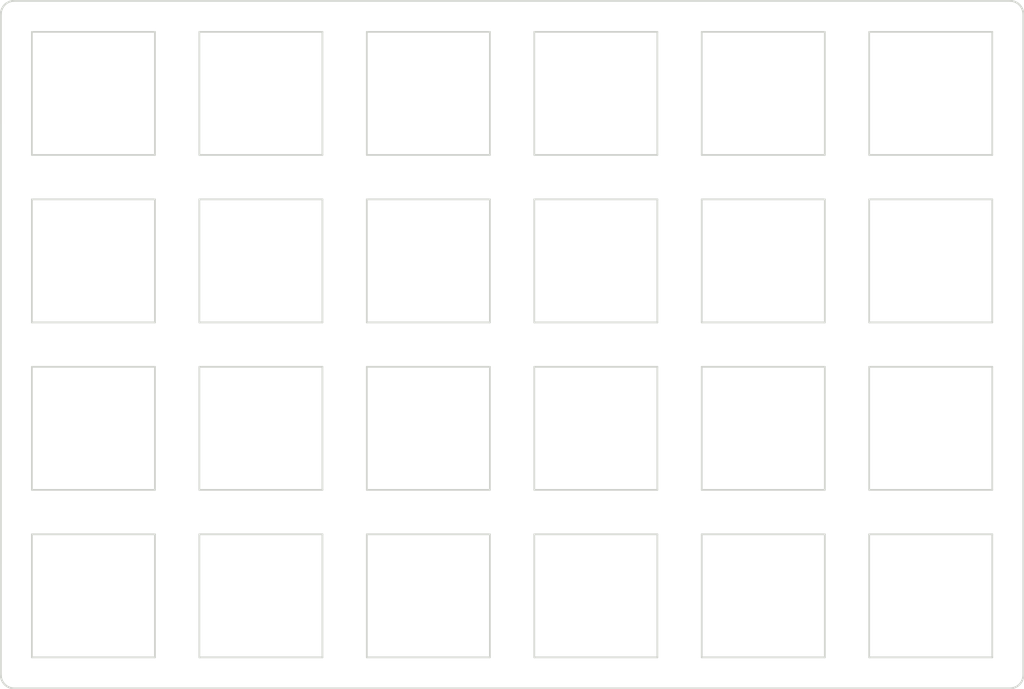
<source format=kicad_pcb>
(kicad_pcb (version 20171130) (host pcbnew 5.0.2-bee76a0~70~ubuntu18.04.1)

  (general
    (thickness 1.6)
    (drawings 180)
    (tracks 0)
    (zones 0)
    (modules 0)
    (nets 1)
  )

  (page User 210.007 148.488)
  (layers
    (0 F.Cu signal hide)
    (31 B.Cu signal hide)
    (32 B.Adhes user hide)
    (33 F.Adhes user hide)
    (34 B.Paste user hide)
    (35 F.Paste user hide)
    (36 B.SilkS user hide)
    (37 F.SilkS user hide)
    (38 B.Mask user hide)
    (39 F.Mask user hide)
    (40 Dwgs.User user)
    (41 Cmts.User user)
    (42 Eco1.User user)
    (43 Eco2.User user)
    (44 Edge.Cuts user)
    (45 Margin user)
    (46 B.CrtYd user)
    (47 F.CrtYd user)
    (48 B.Fab user hide)
    (49 F.Fab user hide)
  )

  (setup
    (last_trace_width 0.25)
    (trace_clearance 0.2)
    (zone_clearance 0.15)
    (zone_45_only no)
    (trace_min 0.14)
    (segment_width 0.2)
    (edge_width 0.15)
    (via_size 0.8)
    (via_drill 0.4)
    (via_min_size 0.4)
    (via_min_drill 0.3)
    (uvia_size 0.3)
    (uvia_drill 0.1)
    (uvias_allowed no)
    (uvia_min_size 0.3)
    (uvia_min_drill 0.1)
    (pcb_text_width 0.3)
    (pcb_text_size 1.5 1.5)
    (mod_edge_width 0.15)
    (mod_text_size 1 1)
    (mod_text_width 0.15)
    (pad_size 4 4)
    (pad_drill 4)
    (pad_to_mask_clearance 0.2)
    (solder_mask_min_width 0.25)
    (aux_axis_origin 0 0)
    (grid_origin 0.01 0)
    (visible_elements FEFFBFFF)
    (pcbplotparams
      (layerselection 0x010fc_ffffffff)
      (usegerberextensions true)
      (usegerberattributes false)
      (usegerberadvancedattributes false)
      (creategerberjobfile false)
      (excludeedgelayer true)
      (linewidth 0.100000)
      (plotframeref false)
      (viasonmask false)
      (mode 1)
      (useauxorigin false)
      (hpglpennumber 1)
      (hpglpenspeed 20)
      (hpglpendiameter 15.000000)
      (psnegative false)
      (psa4output false)
      (plotreference true)
      (plotvalue true)
      (plotinvisibletext false)
      (padsonsilk false)
      (subtractmaskfromsilk false)
      (outputformat 1)
      (mirror false)
      (drillshape 0)
      (scaleselection 1)
      (outputdirectory "gerber/"))
  )

  (net 0 "")

  (net_class Default "This is the default net class."
    (clearance 0.2)
    (trace_width 0.25)
    (via_dia 0.8)
    (via_drill 0.4)
    (uvia_dia 0.3)
    (uvia_drill 0.1)
  )

  (net_class Fine ""
    (clearance 0.14)
    (trace_width 0.14)
    (via_dia 0.4)
    (via_drill 0.3)
    (uvia_dia 0.3)
    (uvia_drill 0.1)
  )

  (net_class Power ""
    (clearance 0.15)
    (trace_width 0.6)
    (via_dia 0.8)
    (via_drill 0.4)
    (uvia_dia 0.3)
    (uvia_drill 0.1)
  )

  (net_class USBData ""
    (clearance 0.16)
    (trace_width 0.16)
    (via_dia 0.8)
    (via_drill 0.4)
    (uvia_dia 0.3)
    (uvia_drill 0.1)
  )

  (gr_line (start 57.7336 -38.4168) (end 57.8366 -38.3589) (layer Edge.Cuts) (width 0.2))
  (gr_line (start 58.5536 -37.0801) (end 58.5526 38.12097) (layer Edge.Cuts) (width 0.2))
  (gr_line (start -57.747315 -37.0801) (end -57.743181 -37.1972) (layer Edge.Cuts) (width 0.2))
  (gr_line (start -57.748693 38.12097) (end -57.747315 -37.0801) (layer Edge.Cuts) (width 0.2))
  (gr_line (start 58.4376 38.69561) (end 58.3896 38.801717) (layer Edge.Cuts) (width 0.2))
  (gr_line (start 57.4026 -38.5378) (end 57.5156 -38.5064) (layer Edge.Cuts) (width 0.2))
  (gr_line (start -56.59803 39.578933) (end -56.71103 39.547238) (layer Edge.Cuts) (width 0.2))
  (gr_line (start 57.1706 -38.5752) (end 57.2876 -38.5614) (layer Edge.Cuts) (width 0.2))
  (gr_line (start -54.2223 36.09523) (end -54.2223 22.0958) (layer Edge.Cuts) (width 0.2))
  (gr_line (start -40.2228 36.09523) (end -54.2223 36.09523) (layer Edge.Cuts) (width 0.2))
  (gr_line (start 57.6276 39.505897) (end 57.5156 39.547238) (layer Edge.Cuts) (width 0.2))
  (gr_line (start 57.0526 39.621652) (end -56.24801 39.621652) (layer Edge.Cuts) (width 0.2))
  (gr_line (start 58.3896 -37.7606) (end 58.4376 -37.6544) (layer Edge.Cuts) (width 0.2))
  (gr_line (start 58.4786 38.58399) (end 58.4376 38.69561) (layer Edge.Cuts) (width 0.2))
  (gr_line (start 57.2876 -38.5614) (end 57.4026 -38.5378) (layer Edge.Cuts) (width 0.2))
  (gr_line (start 57.6276 -38.4662) (end 57.7336 -38.4168) (layer Edge.Cuts) (width 0.2))
  (gr_line (start 57.2876 39.602359) (end 57.1706 39.61614) (layer Edge.Cuts) (width 0.2))
  (gr_line (start -21.1729 22.0958) (end -21.1729 36.09523) (layer Edge.Cuts) (width 0.2))
  (gr_line (start -35.1723 22.0958) (end -21.1729 22.0958) (layer Edge.Cuts) (width 0.2))
  (gr_line (start 57.8366 39.399788) (end 57.7336 39.457665) (layer Edge.Cuts) (width 0.2))
  (gr_line (start -2.1229 22.0958) (end -2.1229 36.09523) (layer Edge.Cuts) (width 0.2))
  (gr_line (start -16.1222 22.0958) (end -2.1229 22.0958) (layer Edge.Cuts) (width 0.2))
  (gr_line (start -57.129955 -38.294) (end -57.032112 -38.3589) (layer Edge.Cuts) (width 0.2))
  (gr_line (start -57.222284 -38.221) (end -57.129955 -38.294) (layer Edge.Cuts) (width 0.2))
  (gr_line (start -54.2223 17.0452) (end -54.2223 3.0459) (layer Edge.Cuts) (width 0.2))
  (gr_line (start -40.2228 17.0452) (end -54.2223 17.0452) (layer Edge.Cuts) (width 0.2))
  (gr_line (start -40.2228 3.0459) (end -40.2228 17.0452) (layer Edge.Cuts) (width 0.2))
  (gr_line (start -57.526829 38.905071) (end -57.584707 38.801717) (layer Edge.Cuts) (width 0.2))
  (gr_line (start -57.46206 39.002914) (end -57.526829 38.905071) (layer Edge.Cuts) (width 0.2))
  (gr_line (start -35.1723 -16.0041) (end -21.1729 -16.0041) (layer Edge.Cuts) (width 0.2))
  (gr_line (start -54.2223 -2.0048) (end -54.2223 -16.0041) (layer Edge.Cuts) (width 0.2))
  (gr_line (start -40.2228 -2.0048) (end -54.2223 -2.0048) (layer Edge.Cuts) (width 0.2))
  (gr_line (start -40.2228 -16.0041) (end -40.2228 -2.0048) (layer Edge.Cuts) (width 0.2))
  (gr_line (start -35.1723 -35.0541) (end -21.1729 -35.0541) (layer Edge.Cuts) (width 0.2))
  (gr_line (start -54.2223 -21.0548) (end -54.2223 -35.0541) (layer Edge.Cuts) (width 0.2))
  (gr_line (start -40.2228 -21.0548) (end -54.2223 -21.0548) (layer Edge.Cuts) (width 0.2))
  (gr_line (start -40.2228 -35.0541) (end -40.2228 -21.0548) (layer Edge.Cuts) (width 0.2))
  (gr_line (start 58.5346 -37.3144) (end 58.5486 -37.1972) (layer Edge.Cuts) (width 0.2))
  (gr_line (start 58.1936 39.095243) (end 58.1136 39.182058) (layer Edge.Cuts) (width 0.2))
  (gr_line (start 58.0276 39.261983) (end 57.9346 39.335019) (layer Edge.Cuts) (width 0.2))
  (gr_line (start -56.82265 39.505897) (end -56.928762 39.457665) (layer Edge.Cuts) (width 0.2))
  (gr_line (start -57.705974 38.47099) (end -57.729401 38.35523) (layer Edge.Cuts) (width 0.2))
  (gr_line (start -57.674279 38.58399) (end -57.705974 38.47099) (layer Edge.Cuts) (width 0.2))
  (gr_line (start -56.24801 39.621652) (end -56.36514 39.61614) (layer Edge.Cuts) (width 0.2))
  (gr_line (start 58.1136 39.182058) (end 58.0276 39.261983) (layer Edge.Cuts) (width 0.2))
  (gr_line (start 57.5156 39.547238) (end 57.4026 39.578933) (layer Edge.Cuts) (width 0.2))
  (gr_line (start 35.9771 17.0452) (end 21.9778 17.0452) (layer Edge.Cuts) (width 0.2))
  (gr_line (start 35.9771 3.0459) (end 35.9771 17.0452) (layer Edge.Cuts) (width 0.2))
  (gr_line (start 21.9778 3.0459) (end 35.9771 3.0459) (layer Edge.Cuts) (width 0.2))
  (gr_line (start -54.2223 3.0459) (end -40.2228 3.0459) (layer Edge.Cuts) (width 0.2))
  (gr_line (start 41.0264 36.09523) (end 41.0264 22.0958) (layer Edge.Cuts) (width 0.2))
  (gr_line (start 55.0256 36.09523) (end 41.0264 36.09523) (layer Edge.Cuts) (width 0.2))
  (gr_line (start 35.9771 36.09523) (end 21.9778 36.09523) (layer Edge.Cuts) (width 0.2))
  (gr_line (start 35.9771 22.0958) (end 35.9771 36.09523) (layer Edge.Cuts) (width 0.2))
  (gr_line (start 21.9778 22.0958) (end 35.9771 22.0958) (layer Edge.Cuts) (width 0.2))
  (gr_line (start -56.48228 -38.5614) (end -56.36514 -38.5752) (layer Edge.Cuts) (width 0.2))
  (gr_line (start -56.59803 -38.5378) (end -56.48228 -38.5614) (layer Edge.Cuts) (width 0.2))
  (gr_line (start -57.729401 -37.3144) (end -57.705974 -37.4301) (layer Edge.Cuts) (width 0.2))
  (gr_line (start -57.743181 -37.1972) (end -57.729401 -37.3144) (layer Edge.Cuts) (width 0.2))
  (gr_line (start 57.8366 -38.3589) (end 57.9346 -38.294) (layer Edge.Cuts) (width 0.2))
  (gr_line (start -57.674279 -37.543) (end -57.634316 -37.6544) (layer Edge.Cuts) (width 0.2))
  (gr_line (start -57.705974 -37.4301) (end -57.674279 -37.543) (layer Edge.Cuts) (width 0.2))
  (gr_line (start 58.0276 -38.221) (end 58.1136 -38.1409) (layer Edge.Cuts) (width 0.2))
  (gr_line (start 41.0264 -16.0041) (end 55.0256 -16.0041) (layer Edge.Cuts) (width 0.2))
  (gr_line (start 21.9778 -2.0048) (end 21.9778 -16.0041) (layer Edge.Cuts) (width 0.2))
  (gr_line (start 35.9771 -2.0048) (end 21.9778 -2.0048) (layer Edge.Cuts) (width 0.2))
  (gr_line (start 35.9771 -16.0041) (end 35.9771 -2.0048) (layer Edge.Cuts) (width 0.2))
  (gr_line (start -56.71103 39.547238) (end -56.82265 39.505897) (layer Edge.Cuts) (width 0.2))
  (gr_line (start -57.222284 39.261983) (end -57.309099 39.182058) (layer Edge.Cuts) (width 0.2))
  (gr_line (start -57.129955 39.335019) (end -57.222284 39.261983) (layer Edge.Cuts) (width 0.2))
  (gr_line (start 58.2666 39.002914) (end 58.1936 39.095243) (layer Edge.Cuts) (width 0.2))
  (gr_line (start -57.584707 -37.7606) (end -57.526829 -37.864) (layer Edge.Cuts) (width 0.2))
  (gr_line (start -57.634316 -37.6544) (end -57.584707 -37.7606) (layer Edge.Cuts) (width 0.2))
  (gr_line (start 58.3896 38.801717) (end 58.3316 38.905071) (layer Edge.Cuts) (width 0.2))
  (gr_line (start -16.1222 -16.0041) (end -2.1229 -16.0041) (layer Edge.Cuts) (width 0.2))
  (gr_line (start -35.1723 -2.0048) (end -35.1723 -16.0041) (layer Edge.Cuts) (width 0.2))
  (gr_line (start -21.1729 -2.0048) (end -35.1723 -2.0048) (layer Edge.Cuts) (width 0.2))
  (gr_line (start -21.1729 -16.0041) (end -21.1729 -2.0048) (layer Edge.Cuts) (width 0.2))
  (gr_line (start -40.2228 22.0958) (end -40.2228 36.09523) (layer Edge.Cuts) (width 0.2))
  (gr_line (start -54.2223 22.0958) (end -40.2228 22.0958) (layer Edge.Cuts) (width 0.2))
  (gr_line (start -16.1222 36.09523) (end -16.1222 22.0958) (layer Edge.Cuts) (width 0.2))
  (gr_line (start -2.1229 36.09523) (end -16.1222 36.09523) (layer Edge.Cuts) (width 0.2))
  (gr_line (start 58.1936 -38.0541) (end 58.2666 -37.9621) (layer Edge.Cuts) (width 0.2))
  (gr_line (start -57.309099 -38.1409) (end -57.222284 -38.221) (layer Edge.Cuts) (width 0.2))
  (gr_line (start -57.389024 -38.0541) (end -57.309099 -38.1409) (layer Edge.Cuts) (width 0.2))
  (gr_line (start -57.634316 38.69561) (end -57.674279 38.58399) (layer Edge.Cuts) (width 0.2))
  (gr_line (start -57.584707 38.801717) (end -57.634316 38.69561) (layer Edge.Cuts) (width 0.2))
  (gr_line (start -56.36514 39.61614) (end -56.48228 39.602359) (layer Edge.Cuts) (width 0.2))
  (gr_line (start 2.9278 36.09523) (end 2.9278 22.0958) (layer Edge.Cuts) (width 0.2))
  (gr_line (start 16.9271 36.09523) (end 2.9278 36.09523) (layer Edge.Cuts) (width 0.2))
  (gr_line (start 58.5486 38.2381) (end 58.5346 38.35523) (layer Edge.Cuts) (width 0.2))
  (gr_line (start 57.1706 39.61614) (end 57.0526 39.621652) (layer Edge.Cuts) (width 0.2))
  (gr_line (start -21.1729 17.0452) (end -35.1723 17.0452) (layer Edge.Cuts) (width 0.2))
  (gr_line (start -21.1729 3.0459) (end -21.1729 17.0452) (layer Edge.Cuts) (width 0.2))
  (gr_line (start -35.1723 3.0459) (end -21.1729 3.0459) (layer Edge.Cuts) (width 0.2))
  (gr_line (start -56.928762 -38.4168) (end -56.82265 -38.4662) (layer Edge.Cuts) (width 0.2))
  (gr_line (start -57.032112 -38.3589) (end -56.928762 -38.4168) (layer Edge.Cuts) (width 0.2))
  (gr_line (start 41.0264 -21.0548) (end 41.0264 -35.0541) (layer Edge.Cuts) (width 0.2))
  (gr_line (start 55.0256 -21.0548) (end 41.0264 -21.0548) (layer Edge.Cuts) (width 0.2))
  (gr_line (start 55.0256 -35.0541) (end 55.0256 -21.0548) (layer Edge.Cuts) (width 0.2))
  (gr_line (start 57.0526 -38.5794) (end 57.1706 -38.5752) (layer Edge.Cuts) (width 0.2))
  (gr_line (start 58.5526 38.12097) (end 58.5486 38.2381) (layer Edge.Cuts) (width 0.2))
  (gr_line (start -57.46206 -37.9621) (end -57.389024 -38.0541) (layer Edge.Cuts) (width 0.2))
  (gr_line (start -57.526829 -37.864) (end -57.46206 -37.9621) (layer Edge.Cuts) (width 0.2))
  (gr_line (start -57.743181 38.2381) (end -57.748693 38.12097) (layer Edge.Cuts) (width 0.2))
  (gr_line (start -57.729401 38.35523) (end -57.743181 38.2381) (layer Edge.Cuts) (width 0.2))
  (gr_line (start -2.1229 3.0459) (end -2.1229 17.0452) (layer Edge.Cuts) (width 0.2))
  (gr_line (start -16.1222 3.0459) (end -2.1229 3.0459) (layer Edge.Cuts) (width 0.2))
  (gr_line (start -35.1723 17.0452) (end -35.1723 3.0459) (layer Edge.Cuts) (width 0.2))
  (gr_line (start 41.0264 -35.0541) (end 55.0256 -35.0541) (layer Edge.Cuts) (width 0.2))
  (gr_line (start 21.9778 -21.0548) (end 21.9778 -35.0541) (layer Edge.Cuts) (width 0.2))
  (gr_line (start 35.9771 -21.0548) (end 21.9778 -21.0548) (layer Edge.Cuts) (width 0.2))
  (gr_line (start 35.9771 -35.0541) (end 35.9771 -21.0548) (layer Edge.Cuts) (width 0.2))
  (gr_line (start 58.1136 -38.1409) (end 58.1936 -38.0541) (layer Edge.Cuts) (width 0.2))
  (gr_line (start -54.2223 -35.0541) (end -40.2228 -35.0541) (layer Edge.Cuts) (width 0.2))
  (gr_line (start 41.0264 -2.0048) (end 41.0264 -16.0041) (layer Edge.Cuts) (width 0.2))
  (gr_line (start 55.0256 -2.0048) (end 41.0264 -2.0048) (layer Edge.Cuts) (width 0.2))
  (gr_line (start 55.0256 -16.0041) (end 55.0256 -2.0048) (layer Edge.Cuts) (width 0.2))
  (gr_line (start 58.4376 -37.6544) (end 58.4786 -37.543) (layer Edge.Cuts) (width 0.2))
  (gr_line (start -35.1723 36.09523) (end -35.1723 22.0958) (layer Edge.Cuts) (width 0.2))
  (gr_line (start -21.1729 36.09523) (end -35.1723 36.09523) (layer Edge.Cuts) (width 0.2))
  (gr_line (start 58.3316 -37.864) (end 58.3896 -37.7606) (layer Edge.Cuts) (width 0.2))
  (gr_line (start 58.5346 38.35523) (end 58.5106 38.47099) (layer Edge.Cuts) (width 0.2))
  (gr_line (start 57.9346 -38.294) (end 58.0276 -38.221) (layer Edge.Cuts) (width 0.2))
  (gr_line (start 21.9778 -16.0041) (end 35.9771 -16.0041) (layer Edge.Cuts) (width 0.2))
  (gr_line (start 2.9278 -2.0048) (end 2.9278 -16.0041) (layer Edge.Cuts) (width 0.2))
  (gr_line (start 16.9271 -2.0048) (end 2.9278 -2.0048) (layer Edge.Cuts) (width 0.2))
  (gr_line (start 16.9271 -16.0041) (end 16.9271 -2.0048) (layer Edge.Cuts) (width 0.2))
  (gr_line (start 55.0256 22.0958) (end 55.0256 36.09523) (layer Edge.Cuts) (width 0.2))
  (gr_line (start 41.0264 22.0958) (end 55.0256 22.0958) (layer Edge.Cuts) (width 0.2))
  (gr_line (start 21.9778 36.09523) (end 21.9778 22.0958) (layer Edge.Cuts) (width 0.2))
  (gr_line (start -57.389024 39.095243) (end -57.46206 39.002914) (layer Edge.Cuts) (width 0.2))
  (gr_line (start -57.309099 39.182058) (end -57.389024 39.095243) (layer Edge.Cuts) (width 0.2))
  (gr_line (start 2.9278 -16.0041) (end 16.9271 -16.0041) (layer Edge.Cuts) (width 0.2))
  (gr_line (start -16.1222 -2.0048) (end -16.1222 -16.0041) (layer Edge.Cuts) (width 0.2))
  (gr_line (start -2.1229 -2.0048) (end -16.1222 -2.0048) (layer Edge.Cuts) (width 0.2))
  (gr_line (start -2.1229 -16.0041) (end -2.1229 -2.0048) (layer Edge.Cuts) (width 0.2))
  (gr_line (start 58.5106 -37.4301) (end 58.5346 -37.3144) (layer Edge.Cuts) (width 0.2))
  (gr_line (start 58.4786 -37.543) (end 58.5106 -37.4301) (layer Edge.Cuts) (width 0.2))
  (gr_line (start 58.3316 38.905071) (end 58.2666 39.002914) (layer Edge.Cuts) (width 0.2))
  (gr_line (start 57.7336 39.457665) (end 57.6276 39.505897) (layer Edge.Cuts) (width 0.2))
  (gr_line (start -56.24801 -38.5805) (end 57.0526 -38.5794) (layer Edge.Cuts) (width 0.2))
  (gr_line (start -56.36514 -38.5752) (end -56.24801 -38.5805) (layer Edge.Cuts) (width 0.2))
  (gr_line (start -57.032112 39.399788) (end -57.129955 39.335019) (layer Edge.Cuts) (width 0.2))
  (gr_line (start -56.48228 39.602359) (end -56.59803 39.578933) (layer Edge.Cuts) (width 0.2))
  (gr_line (start 2.9278 17.0452) (end 2.9278 3.0459) (layer Edge.Cuts) (width 0.2))
  (gr_line (start 16.9271 17.0452) (end 2.9278 17.0452) (layer Edge.Cuts) (width 0.2))
  (gr_line (start 16.9271 3.0459) (end 16.9271 17.0452) (layer Edge.Cuts) (width 0.2))
  (gr_line (start 58.5486 -37.1972) (end 58.5536 -37.0801) (layer Edge.Cuts) (width 0.2))
  (gr_line (start 58.5106 38.47099) (end 58.4786 38.58399) (layer Edge.Cuts) (width 0.2))
  (gr_line (start 55.0256 3.0459) (end 55.0256 17.0452) (layer Edge.Cuts) (width 0.2))
  (gr_line (start 41.0264 3.0459) (end 55.0256 3.0459) (layer Edge.Cuts) (width 0.2))
  (gr_line (start 21.9778 17.0452) (end 21.9778 3.0459) (layer Edge.Cuts) (width 0.2))
  (gr_line (start -16.1222 -35.0541) (end -2.1229 -35.0541) (layer Edge.Cuts) (width 0.2))
  (gr_line (start -35.1723 -21.0548) (end -35.1723 -35.0541) (layer Edge.Cuts) (width 0.2))
  (gr_line (start -21.1729 -21.0548) (end -35.1723 -21.0548) (layer Edge.Cuts) (width 0.2))
  (gr_line (start -21.1729 -35.0541) (end -21.1729 -21.0548) (layer Edge.Cuts) (width 0.2))
  (gr_line (start 21.9778 -35.0541) (end 35.9771 -35.0541) (layer Edge.Cuts) (width 0.2))
  (gr_line (start 2.9278 -21.0548) (end 2.9278 -35.0541) (layer Edge.Cuts) (width 0.2))
  (gr_line (start 16.9271 -21.0548) (end 2.9278 -21.0548) (layer Edge.Cuts) (width 0.2))
  (gr_line (start 16.9271 -35.0541) (end 16.9271 -21.0548) (layer Edge.Cuts) (width 0.2))
  (gr_line (start -56.71103 -38.5064) (end -56.59803 -38.5378) (layer Edge.Cuts) (width 0.2))
  (gr_line (start -56.82265 -38.4662) (end -56.71103 -38.5064) (layer Edge.Cuts) (width 0.2))
  (gr_line (start 16.9271 22.0958) (end 16.9271 36.09523) (layer Edge.Cuts) (width 0.2))
  (gr_line (start 2.9278 22.0958) (end 16.9271 22.0958) (layer Edge.Cuts) (width 0.2))
  (gr_line (start 58.2666 -37.9621) (end 58.3316 -37.864) (layer Edge.Cuts) (width 0.2))
  (gr_line (start 57.4026 39.578933) (end 57.2876 39.602359) (layer Edge.Cuts) (width 0.2))
  (gr_line (start 2.9278 -35.0541) (end 16.9271 -35.0541) (layer Edge.Cuts) (width 0.2))
  (gr_line (start -16.1222 -21.0548) (end -16.1222 -35.0541) (layer Edge.Cuts) (width 0.2))
  (gr_line (start -2.1229 -21.0548) (end -16.1222 -21.0548) (layer Edge.Cuts) (width 0.2))
  (gr_line (start -2.1229 -35.0541) (end -2.1229 -21.0548) (layer Edge.Cuts) (width 0.2))
  (gr_line (start -56.928762 39.457665) (end -57.032112 39.399788) (layer Edge.Cuts) (width 0.2))
  (gr_line (start -54.2223 -16.0041) (end -40.2228 -16.0041) (layer Edge.Cuts) (width 0.2))
  (gr_line (start 41.0264 17.0452) (end 41.0264 3.0459) (layer Edge.Cuts) (width 0.2))
  (gr_line (start 55.0256 17.0452) (end 41.0264 17.0452) (layer Edge.Cuts) (width 0.2))
  (gr_line (start 2.9278 3.0459) (end 16.9271 3.0459) (layer Edge.Cuts) (width 0.2))
  (gr_line (start -16.1222 17.0452) (end -16.1222 3.0459) (layer Edge.Cuts) (width 0.2))
  (gr_line (start -2.1229 17.0452) (end -16.1222 17.0452) (layer Edge.Cuts) (width 0.2))
  (gr_line (start 57.9346 39.335019) (end 57.8366 39.399788) (layer Edge.Cuts) (width 0.2))
  (gr_line (start 57.5156 -38.5064) (end 57.6276 -38.4662) (layer Edge.Cuts) (width 0.2))

)

</source>
